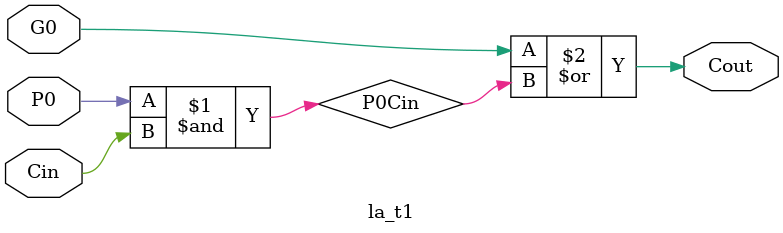
<source format=v>
module la_t1(G0, P0, Cin, Cout);
	input G0, P0, Cin;
	output Cout;
	wire P0Cin;
	and P0Cin_and(P0Cin, P0, Cin);
	or Cout_or(Cout, G0, P0Cin);
	
endmodule
	

</source>
